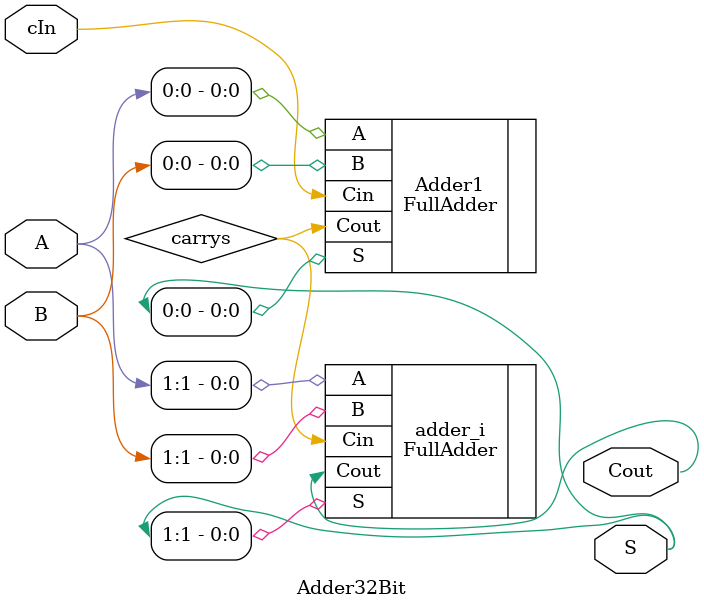
<source format=sv>


`ifndef Adder32Bit
`define Adder32Bit


module Adder32Bit #(parameter N=2)(A, B, cIn, S, Cout);
   //
   // ---------------- PORT DEFINITIONS ----------------
   //
   input [N-1:0] A, B;
   input cIn;
   output [N-1:0] S;
   output Cout;
   
   wire cIn;
   wire [N-1:0] A, B;
   wire [N-1:0] S;
   wire Cout;
   wire [N-2:0] carrys;
   
   //
   // ---------------- MODULE DESIGN IMPLEMENTATION ----------------
   //
   
   FullAdder Adder1 (.A(A[0]), .B(B[0]), .Cin(cIn), .S(S[0]), .Cout(carrys[0]));
   
   genvar i;
   
   generate 
    for (i = 1; i < N-1; i = i+1) begin: forloop
        FullAdder adder_i (.A(A[i]), .B(B[i]), .Cin(carrys[i-1]), .S(S[i]), .Cout(carrys[i]));
    end
   endgenerate
   
   FullAdder adder_i (.A(A[N-1]), .B(B[N-1]), .Cin(carrys[N-2]), .S(S[N-1]), .Cout(Cout));
   
endmodule

`endif // Adder32Bit
</source>
